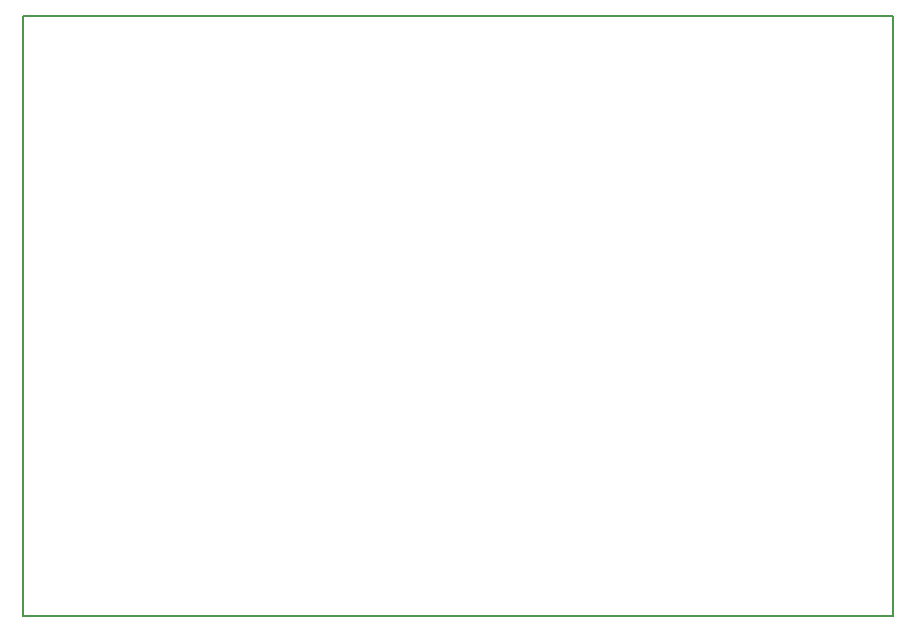
<source format=gbr>
%TF.GenerationSoftware,KiCad,Pcbnew,5.99.0-unknown-71ab42e60~106~ubuntu18.04.1*%
%TF.CreationDate,2021-01-06T07:49:34+01:00*%
%TF.ProjectId,tosta,746f7374-612e-46b6-9963-61645f706362,A*%
%TF.SameCoordinates,Original*%
%TF.FileFunction,Profile,NP*%
%FSLAX46Y46*%
G04 Gerber Fmt 4.6, Leading zero omitted, Abs format (unit mm)*
G04 Created by KiCad (PCBNEW 5.99.0-unknown-71ab42e60~106~ubuntu18.04.1) date 2021-01-06 07:49:34*
%MOMM*%
%LPD*%
G01*
G04 APERTURE LIST*
%TA.AperFunction,Profile*%
%ADD10C,0.200000*%
%TD*%
G04 APERTURE END LIST*
D10*
X47460000Y-47460000D02*
X121120000Y-47460000D01*
X121120000Y-98260000D02*
X47460000Y-98260000D01*
X47460000Y-98260000D02*
X47460000Y-47460000D01*
X121120000Y-47460000D02*
X121120000Y-98260000D01*
M02*

</source>
